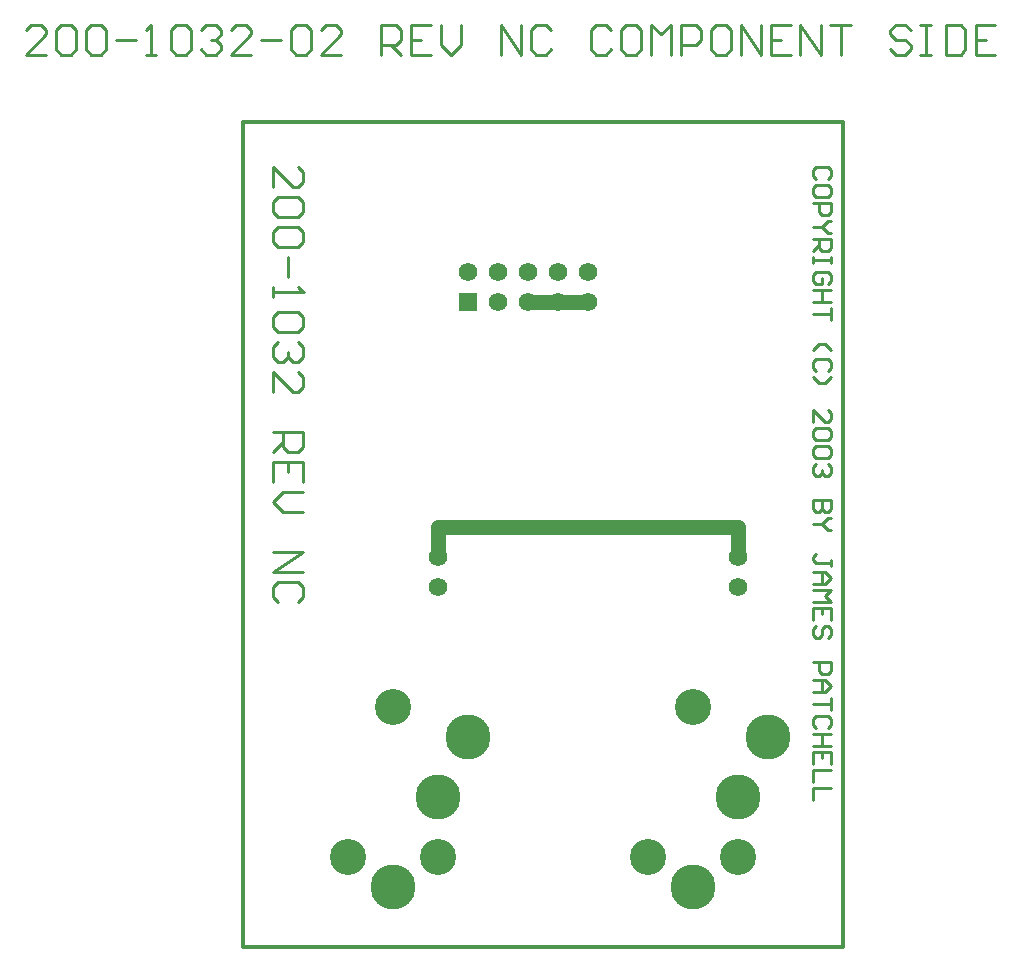
<source format=gtl>
*%FSLAX23Y23*%
*%MOIN*%
G01*
%ADD11C,0.006*%
%ADD12C,0.007*%
%ADD13C,0.010*%
%ADD14C,0.012*%
%ADD15C,0.036*%
%ADD16C,0.050*%
%ADD17C,0.056*%
%ADD18C,0.060*%
%ADD19C,0.062*%
%ADD20C,0.068*%
%ADD21C,0.080*%
%ADD22C,0.095*%
%ADD23C,0.115*%
%ADD24C,0.120*%
%ADD25C,0.126*%
%ADD26C,0.150*%
%ADD27C,0.156*%
%ADD28R,0.062X0.062*%
%ADD29R,0.068X0.068*%
D13*
X8467Y8962D02*
Y9029D01*
X8534Y8962D01*
X8550D01*
X8567Y8979D01*
Y9012D01*
X8550Y9029D01*
Y8929D02*
X8567Y8912D01*
Y8879D01*
X8550Y8862D01*
X8484D01*
X8467Y8879D01*
Y8912D01*
X8484Y8929D01*
X8550D01*
Y8829D02*
X8567Y8812D01*
Y8779D01*
X8550Y8762D01*
X8484D01*
X8467Y8779D01*
Y8812D01*
X8484Y8829D01*
X8550D01*
X8517Y8729D02*
Y8662D01*
X8467Y8629D02*
Y8596D01*
Y8612D01*
X8567D01*
X8568D01*
X8567D02*
X8550Y8629D01*
Y8546D02*
X8567Y8529D01*
Y8496D01*
X8550Y8479D01*
X8484D01*
X8467Y8496D01*
Y8529D01*
X8484Y8546D01*
X8550D01*
Y8446D02*
X8567Y8429D01*
Y8396D01*
X8550Y8379D01*
X8534D01*
X8535D01*
X8534D02*
X8535D01*
X8534D02*
X8535D01*
X8534D02*
X8517Y8396D01*
Y8413D01*
Y8396D01*
X8500Y8379D01*
X8484D01*
X8467Y8396D01*
Y8429D01*
X8484Y8446D01*
X8467Y8346D02*
Y8279D01*
Y8346D02*
X8534Y8279D01*
X8550D01*
X8567Y8296D01*
Y8329D01*
X8550Y8346D01*
X8567Y8146D02*
X8467D01*
X8567D02*
Y8096D01*
X8550Y8079D01*
X8517D01*
X8500Y8096D01*
Y8146D01*
Y8113D02*
X8467Y8079D01*
X8567Y8046D02*
Y7979D01*
Y8046D02*
X8467D01*
Y7979D01*
X8517Y8013D02*
Y8046D01*
X8500Y7946D02*
X8567D01*
X8500D02*
X8467Y7913D01*
X8500Y7879D01*
X8567D01*
Y7746D02*
X8467D01*
Y7679D02*
X8567Y7746D01*
Y7679D02*
X8467D01*
X8550Y7579D02*
X8567Y7596D01*
Y7629D01*
X8550Y7646D01*
X8484D01*
X8467Y7629D01*
Y7596D01*
X8484Y7579D01*
X10317Y8989D02*
X10327Y8999D01*
Y9019D01*
X10317Y9029D01*
X10277D01*
X10267Y9019D01*
Y8999D01*
X10277Y8989D01*
X10327Y8959D02*
Y8939D01*
Y8959D02*
X10317Y8969D01*
X10277D01*
X10267Y8959D01*
Y8939D01*
X10277Y8929D01*
X10317D01*
X10327Y8939D01*
Y8909D02*
X10267D01*
X10327D02*
Y8879D01*
X10317Y8869D01*
X10297D01*
X10287Y8879D01*
Y8909D01*
X10317Y8849D02*
X10327D01*
X10317D02*
X10297Y8829D01*
X10317Y8809D01*
X10327D01*
X10297Y8829D02*
X10267D01*
Y8789D02*
X10327D01*
Y8759D01*
X10317Y8749D01*
X10297D01*
X10287Y8759D01*
Y8789D01*
Y8769D02*
X10267Y8749D01*
X10327Y8729D02*
Y8709D01*
Y8719D01*
X10267D01*
Y8729D01*
Y8709D01*
X10327Y8649D02*
X10317Y8639D01*
X10327Y8649D02*
Y8669D01*
X10317Y8679D01*
X10277D01*
X10267Y8669D01*
Y8649D01*
X10277Y8639D01*
X10297D01*
Y8659D01*
X10327Y8619D02*
X10267D01*
X10297D01*
Y8579D01*
X10327D01*
X10267D01*
X10327Y8559D02*
Y8519D01*
Y8539D01*
X10267D01*
X10287Y8439D02*
X10267Y8419D01*
X10287Y8439D02*
X10307D01*
X10327Y8419D01*
Y8359D02*
X10317Y8349D01*
X10327Y8359D02*
Y8379D01*
X10317Y8389D01*
X10277D01*
X10267Y8379D01*
Y8359D01*
X10277Y8349D01*
X10267Y8329D02*
X10287Y8309D01*
X10307D01*
X10327Y8329D01*
X10267Y8219D02*
Y8179D01*
Y8219D02*
X10307Y8179D01*
X10317D01*
X10327Y8189D01*
Y8209D01*
X10317Y8219D01*
Y8159D02*
X10327Y8149D01*
Y8129D01*
X10317Y8119D01*
X10277D01*
X10267Y8129D01*
Y8149D01*
X10277Y8159D01*
X10317D01*
Y8099D02*
X10327Y8089D01*
Y8069D01*
X10317Y8059D01*
X10277D01*
X10267Y8069D01*
Y8089D01*
X10277Y8099D01*
X10317D01*
Y8039D02*
X10327Y8029D01*
Y8009D01*
X10317Y7999D01*
X10307D01*
X10308D01*
X10307D02*
X10308D01*
X10307D02*
X10308D01*
X10307D02*
X10297Y8009D01*
Y8019D01*
Y8009D01*
X10287Y7999D01*
X10277D01*
X10267Y8009D01*
Y8029D01*
X10277Y8039D01*
X10267Y7919D02*
X10327D01*
X10267D02*
Y7889D01*
X10277Y7879D01*
X10287D01*
X10297Y7889D01*
Y7919D01*
X10298D01*
X10297D02*
X10298D01*
X10297D02*
X10298D01*
X10297D02*
Y7889D01*
X10307Y7879D01*
X10317D01*
X10327Y7889D01*
Y7919D01*
Y7859D02*
X10317D01*
X10297Y7839D01*
X10317Y7819D01*
X10327D01*
X10297Y7839D02*
X10267D01*
X10327Y7719D02*
Y7699D01*
Y7709D02*
Y7719D01*
Y7709D02*
X10277D01*
X10267Y7719D01*
Y7729D01*
X10277Y7739D01*
X10267Y7679D02*
X10307D01*
X10327Y7659D01*
X10307Y7639D01*
X10267D01*
X10297D01*
Y7679D01*
X10267Y7619D02*
X10327D01*
X10307Y7599D01*
X10327Y7579D01*
X10267D01*
X10327Y7559D02*
Y7519D01*
Y7559D02*
X10267D01*
Y7519D01*
X10297Y7539D02*
Y7559D01*
X10327Y7470D02*
X10317Y7460D01*
X10327Y7470D02*
Y7489D01*
X10317Y7499D01*
X10307D01*
X10297Y7489D01*
Y7470D01*
X10287Y7460D01*
X10277D01*
X10267Y7470D01*
Y7489D01*
X10277Y7499D01*
X10267Y7380D02*
X10327D01*
Y7350D01*
X10317Y7340D01*
X10297D01*
X10287Y7350D01*
Y7380D01*
X10267Y7320D02*
X10307D01*
X10327Y7300D01*
X10307Y7280D01*
X10267D01*
X10297D01*
Y7320D01*
X10327Y7260D02*
Y7220D01*
Y7240D01*
X10267D01*
X10327Y7170D02*
X10317Y7160D01*
X10327Y7170D02*
Y7190D01*
X10317Y7200D01*
X10277D01*
X10267Y7190D01*
Y7170D01*
X10277Y7160D01*
X10267Y7140D02*
X10327D01*
X10297D02*
X10267D01*
X10297D02*
Y7100D01*
X10327D01*
X10267D01*
X10327Y7080D02*
Y7040D01*
Y7080D02*
X10267D01*
Y7040D01*
X10297Y7060D02*
Y7080D01*
X10327Y7020D02*
X10267D01*
Y6980D01*
Y6960D02*
X10327D01*
X10267D02*
Y6920D01*
X7709Y9404D02*
X7642D01*
X7709Y9471D01*
Y9487D01*
X7692Y9504D01*
X7659D01*
X7642Y9487D01*
X7742D02*
X7759Y9504D01*
X7792D01*
X7809Y9487D01*
Y9421D01*
X7792Y9404D01*
X7759D01*
X7742Y9421D01*
Y9487D01*
X7842D02*
X7859Y9504D01*
X7892D01*
X7909Y9487D01*
Y9421D01*
X7892Y9404D01*
X7859D01*
X7842Y9421D01*
Y9487D01*
X7942Y9454D02*
X8009D01*
X8042Y9404D02*
X8075D01*
X8059D01*
Y9504D01*
X8060D01*
X8059D02*
X8042Y9487D01*
X8125D02*
X8142Y9504D01*
X8175D01*
X8192Y9487D01*
Y9421D01*
X8175Y9404D01*
X8142D01*
X8125Y9421D01*
Y9487D01*
X8225D02*
X8242Y9504D01*
X8275D01*
X8292Y9487D01*
Y9471D01*
X8293D01*
X8292D02*
X8293D01*
X8292D02*
X8293D01*
X8292D02*
X8275Y9454D01*
X8258D01*
X8275D01*
X8292Y9437D01*
Y9421D01*
X8275Y9404D01*
X8242D01*
X8225Y9421D01*
X8325Y9404D02*
X8392D01*
X8325D02*
X8392Y9471D01*
Y9487D01*
X8375Y9504D01*
X8342D01*
X8325Y9487D01*
X8425Y9454D02*
X8492D01*
X8525Y9487D02*
X8542Y9504D01*
X8575D01*
X8592Y9487D01*
Y9421D01*
X8575Y9404D01*
X8542D01*
X8525Y9421D01*
Y9487D01*
X8625Y9404D02*
X8692D01*
X8625D02*
X8692Y9471D01*
Y9487D01*
X8675Y9504D01*
X8642D01*
X8625Y9487D01*
X8825Y9504D02*
Y9404D01*
Y9504D02*
X8875D01*
X8892Y9487D01*
Y9454D01*
X8875Y9437D01*
X8825D01*
X8858D02*
X8892Y9404D01*
X8925Y9504D02*
X8992D01*
X8925D02*
Y9404D01*
X8992D01*
X8958Y9454D02*
X8925D01*
X9025Y9437D02*
Y9504D01*
Y9437D02*
X9058Y9404D01*
X9092Y9437D01*
Y9504D01*
X9225D02*
Y9404D01*
X9291D02*
X9225Y9504D01*
X9291D02*
Y9404D01*
X9391Y9487D02*
X9375Y9504D01*
X9341D01*
X9325Y9487D01*
Y9421D01*
X9341Y9404D01*
X9375D01*
X9391Y9421D01*
X9575Y9504D02*
X9591Y9487D01*
X9575Y9504D02*
X9541D01*
X9525Y9487D01*
Y9421D01*
X9541Y9404D01*
X9575D01*
X9591Y9421D01*
X9641Y9504D02*
X9675D01*
X9641D02*
X9625Y9487D01*
Y9421D01*
X9641Y9404D01*
X9675D01*
X9691Y9421D01*
Y9487D01*
X9675Y9504D01*
X9725D02*
Y9404D01*
X9758Y9471D02*
X9725Y9504D01*
X9758Y9471D02*
X9791Y9504D01*
Y9404D01*
X9825D02*
Y9504D01*
X9875D01*
X9891Y9487D01*
Y9454D01*
X9875Y9437D01*
X9825D01*
X9941Y9504D02*
X9975D01*
X9941D02*
X9925Y9487D01*
Y9421D01*
X9941Y9404D01*
X9975D01*
X9991Y9421D01*
Y9487D01*
X9975Y9504D01*
X10025D02*
Y9404D01*
X10091D02*
X10025Y9504D01*
X10091D02*
Y9404D01*
X10125Y9504D02*
X10191D01*
X10125D02*
Y9404D01*
X10191D01*
X10158Y9454D02*
X10125D01*
X10224Y9404D02*
Y9504D01*
X10291Y9404D01*
Y9504D01*
X10324D02*
X10391D01*
X10358D01*
Y9404D01*
X10574Y9504D02*
X10591Y9487D01*
X10574Y9504D02*
X10541D01*
X10524Y9487D01*
Y9471D01*
X10541Y9454D01*
X10574D01*
X10591Y9437D01*
Y9421D01*
X10574Y9404D01*
X10541D01*
X10524Y9421D01*
X10624Y9504D02*
X10658D01*
X10641D01*
Y9404D01*
X10624D01*
X10658D01*
X10708D02*
Y9504D01*
Y9404D02*
X10758D01*
X10774Y9421D01*
Y9487D01*
X10758Y9504D01*
X10708D01*
X10808D02*
X10874D01*
X10808D02*
Y9404D01*
X10874D01*
X10841Y9454D02*
X10808D01*
D14*
X10367Y9179D02*
X8367D01*
Y6429D02*
X10367D01*
X8367D02*
Y9179D01*
X10367D02*
Y6429D01*
D16*
X9017Y7729D02*
Y7829D01*
X10017D01*
Y7729D01*
X9417Y8579D02*
X9317D01*
X9417D02*
X9517D01*
D19*
X9017Y7729D02*
D03*
Y7629D02*
D03*
X10017Y7729D02*
D03*
Y7629D02*
D03*
X9417Y8679D02*
D03*
X9117D02*
D03*
X9217Y8579D02*
D03*
Y8679D02*
D03*
X9317Y8579D02*
D03*
Y8679D02*
D03*
X9417Y8579D02*
D03*
X9517D02*
D03*
Y8679D02*
D03*
D24*
X8867Y7229D02*
D03*
X8717Y6729D02*
D03*
X9017D02*
D03*
X9867Y7229D02*
D03*
X9717Y6729D02*
D03*
X10017D02*
D03*
D26*
X8867Y6629D02*
D03*
X9117Y7129D02*
D03*
X9017Y6929D02*
D03*
X9867Y6629D02*
D03*
X10117Y7129D02*
D03*
X10017Y6929D02*
D03*
D28*
X9117Y8579D02*
D03*
M02*

</source>
